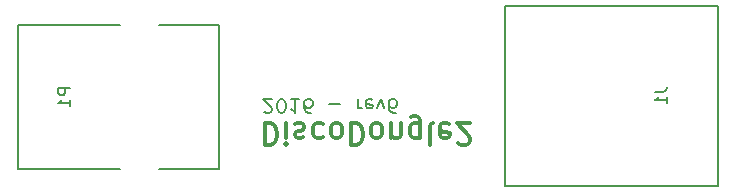
<source format=gbo>
G04 #@! TF.FileFunction,Legend,Bot*
%FSLAX46Y46*%
G04 Gerber Fmt 4.6, Leading zero omitted, Abs format (unit mm)*
G04 Created by KiCad (PCBNEW 4.0.2-stable) date Wednesday, September 28, 2016 'PMt' 10:14:20 PM*
%MOMM*%
G01*
G04 APERTURE LIST*
%ADD10C,0.100000*%
%ADD11C,0.200000*%
%ADD12C,0.300000*%
%ADD13C,0.150000*%
G04 APERTURE END LIST*
D10*
D11*
X157629929Y-106524357D02*
X157687072Y-106581500D01*
X157801358Y-106638643D01*
X158087072Y-106638643D01*
X158201358Y-106581500D01*
X158258501Y-106524357D01*
X158315644Y-106410071D01*
X158315644Y-106295786D01*
X158258501Y-106124357D01*
X157572787Y-105438643D01*
X158315644Y-105438643D01*
X159058501Y-106638643D02*
X159172786Y-106638643D01*
X159287072Y-106581500D01*
X159344215Y-106524357D01*
X159401358Y-106410071D01*
X159458501Y-106181500D01*
X159458501Y-105895786D01*
X159401358Y-105667214D01*
X159344215Y-105552929D01*
X159287072Y-105495786D01*
X159172786Y-105438643D01*
X159058501Y-105438643D01*
X158944215Y-105495786D01*
X158887072Y-105552929D01*
X158829929Y-105667214D01*
X158772786Y-105895786D01*
X158772786Y-106181500D01*
X158829929Y-106410071D01*
X158887072Y-106524357D01*
X158944215Y-106581500D01*
X159058501Y-106638643D01*
X160601358Y-105438643D02*
X159915643Y-105438643D01*
X160258501Y-105438643D02*
X160258501Y-106638643D01*
X160144215Y-106467214D01*
X160029929Y-106352929D01*
X159915643Y-106295786D01*
X161629929Y-106638643D02*
X161401358Y-106638643D01*
X161287072Y-106581500D01*
X161229929Y-106524357D01*
X161115643Y-106352929D01*
X161058500Y-106124357D01*
X161058500Y-105667214D01*
X161115643Y-105552929D01*
X161172786Y-105495786D01*
X161287072Y-105438643D01*
X161515643Y-105438643D01*
X161629929Y-105495786D01*
X161687072Y-105552929D01*
X161744215Y-105667214D01*
X161744215Y-105952929D01*
X161687072Y-106067214D01*
X161629929Y-106124357D01*
X161515643Y-106181500D01*
X161287072Y-106181500D01*
X161172786Y-106124357D01*
X161115643Y-106067214D01*
X161058500Y-105952929D01*
X163172786Y-105895786D02*
X164087072Y-105895786D01*
X165572786Y-105438643D02*
X165572786Y-106238643D01*
X165572786Y-106010071D02*
X165629929Y-106124357D01*
X165687072Y-106181500D01*
X165801358Y-106238643D01*
X165915643Y-106238643D01*
X166772786Y-105495786D02*
X166658500Y-105438643D01*
X166429929Y-105438643D01*
X166315643Y-105495786D01*
X166258500Y-105610071D01*
X166258500Y-106067214D01*
X166315643Y-106181500D01*
X166429929Y-106238643D01*
X166658500Y-106238643D01*
X166772786Y-106181500D01*
X166829929Y-106067214D01*
X166829929Y-105952929D01*
X166258500Y-105838643D01*
X167229929Y-106238643D02*
X167515643Y-105438643D01*
X167801357Y-106238643D01*
X168772786Y-106638643D02*
X168544215Y-106638643D01*
X168429929Y-106581500D01*
X168372786Y-106524357D01*
X168258500Y-106352929D01*
X168201357Y-106124357D01*
X168201357Y-105667214D01*
X168258500Y-105552929D01*
X168315643Y-105495786D01*
X168429929Y-105438643D01*
X168658500Y-105438643D01*
X168772786Y-105495786D01*
X168829929Y-105552929D01*
X168887072Y-105667214D01*
X168887072Y-105952929D01*
X168829929Y-106067214D01*
X168772786Y-106124357D01*
X168658500Y-106181500D01*
X168429929Y-106181500D01*
X168315643Y-106124357D01*
X168258500Y-106067214D01*
X168201357Y-105952929D01*
D12*
X157712858Y-107516714D02*
X157712858Y-109316714D01*
X158141430Y-109316714D01*
X158398573Y-109231000D01*
X158570001Y-109059571D01*
X158655716Y-108888143D01*
X158741430Y-108545286D01*
X158741430Y-108288143D01*
X158655716Y-107945286D01*
X158570001Y-107773857D01*
X158398573Y-107602429D01*
X158141430Y-107516714D01*
X157712858Y-107516714D01*
X159512858Y-107516714D02*
X159512858Y-108716714D01*
X159512858Y-109316714D02*
X159427144Y-109231000D01*
X159512858Y-109145286D01*
X159598573Y-109231000D01*
X159512858Y-109316714D01*
X159512858Y-109145286D01*
X160284287Y-107602429D02*
X160455716Y-107516714D01*
X160798573Y-107516714D01*
X160970001Y-107602429D01*
X161055716Y-107773857D01*
X161055716Y-107859571D01*
X160970001Y-108031000D01*
X160798573Y-108116714D01*
X160541430Y-108116714D01*
X160370001Y-108202429D01*
X160284287Y-108373857D01*
X160284287Y-108459571D01*
X160370001Y-108631000D01*
X160541430Y-108716714D01*
X160798573Y-108716714D01*
X160970001Y-108631000D01*
X162598573Y-107602429D02*
X162427144Y-107516714D01*
X162084287Y-107516714D01*
X161912859Y-107602429D01*
X161827144Y-107688143D01*
X161741430Y-107859571D01*
X161741430Y-108373857D01*
X161827144Y-108545286D01*
X161912859Y-108631000D01*
X162084287Y-108716714D01*
X162427144Y-108716714D01*
X162598573Y-108631000D01*
X163627144Y-107516714D02*
X163455716Y-107602429D01*
X163370001Y-107688143D01*
X163284287Y-107859571D01*
X163284287Y-108373857D01*
X163370001Y-108545286D01*
X163455716Y-108631000D01*
X163627144Y-108716714D01*
X163884287Y-108716714D01*
X164055716Y-108631000D01*
X164141430Y-108545286D01*
X164227144Y-108373857D01*
X164227144Y-107859571D01*
X164141430Y-107688143D01*
X164055716Y-107602429D01*
X163884287Y-107516714D01*
X163627144Y-107516714D01*
X164998572Y-107516714D02*
X164998572Y-109316714D01*
X165427144Y-109316714D01*
X165684287Y-109231000D01*
X165855715Y-109059571D01*
X165941430Y-108888143D01*
X166027144Y-108545286D01*
X166027144Y-108288143D01*
X165941430Y-107945286D01*
X165855715Y-107773857D01*
X165684287Y-107602429D01*
X165427144Y-107516714D01*
X164998572Y-107516714D01*
X167055715Y-107516714D02*
X166884287Y-107602429D01*
X166798572Y-107688143D01*
X166712858Y-107859571D01*
X166712858Y-108373857D01*
X166798572Y-108545286D01*
X166884287Y-108631000D01*
X167055715Y-108716714D01*
X167312858Y-108716714D01*
X167484287Y-108631000D01*
X167570001Y-108545286D01*
X167655715Y-108373857D01*
X167655715Y-107859571D01*
X167570001Y-107688143D01*
X167484287Y-107602429D01*
X167312858Y-107516714D01*
X167055715Y-107516714D01*
X168427143Y-108716714D02*
X168427143Y-107516714D01*
X168427143Y-108545286D02*
X168512858Y-108631000D01*
X168684286Y-108716714D01*
X168941429Y-108716714D01*
X169112858Y-108631000D01*
X169198572Y-108459571D01*
X169198572Y-107516714D01*
X170827143Y-108716714D02*
X170827143Y-107259571D01*
X170741429Y-107088143D01*
X170655714Y-107002429D01*
X170484286Y-106916714D01*
X170227143Y-106916714D01*
X170055714Y-107002429D01*
X170827143Y-107602429D02*
X170655714Y-107516714D01*
X170312857Y-107516714D01*
X170141429Y-107602429D01*
X170055714Y-107688143D01*
X169970000Y-107859571D01*
X169970000Y-108373857D01*
X170055714Y-108545286D01*
X170141429Y-108631000D01*
X170312857Y-108716714D01*
X170655714Y-108716714D01*
X170827143Y-108631000D01*
X171941428Y-107516714D02*
X171770000Y-107602429D01*
X171684285Y-107773857D01*
X171684285Y-109316714D01*
X173312857Y-107602429D02*
X173141428Y-107516714D01*
X172798571Y-107516714D01*
X172627142Y-107602429D01*
X172541428Y-107773857D01*
X172541428Y-108459571D01*
X172627142Y-108631000D01*
X172798571Y-108716714D01*
X173141428Y-108716714D01*
X173312857Y-108631000D01*
X173398571Y-108459571D01*
X173398571Y-108288143D01*
X172541428Y-108116714D01*
X174084285Y-109145286D02*
X174169999Y-109231000D01*
X174341428Y-109316714D01*
X174769999Y-109316714D01*
X174941428Y-109231000D01*
X175027142Y-109145286D01*
X175112857Y-108973857D01*
X175112857Y-108802429D01*
X175027142Y-108545286D01*
X173998571Y-107516714D01*
X175112857Y-107516714D01*
D13*
X196088000Y-97536000D02*
X196088000Y-112776000D01*
X196088000Y-112776000D02*
X178054000Y-112776000D01*
X178054000Y-112776000D02*
X178054000Y-97536000D01*
X178054000Y-97536000D02*
X196088000Y-97536000D01*
X145478500Y-111379000D02*
X136842500Y-111379000D01*
X153860500Y-111379000D02*
X148780500Y-111379000D01*
X145478500Y-99187000D02*
X136842500Y-99187000D01*
X153860500Y-99187000D02*
X148780500Y-99187000D01*
X136842500Y-99187000D02*
X136842500Y-111379000D01*
X153860500Y-111379000D02*
X153860500Y-99187000D01*
X190714381Y-104822667D02*
X191428667Y-104822667D01*
X191571524Y-104775047D01*
X191666762Y-104679809D01*
X191714381Y-104536952D01*
X191714381Y-104441714D01*
X191714381Y-105822667D02*
X191714381Y-105251238D01*
X191714381Y-105536952D02*
X190714381Y-105536952D01*
X190857238Y-105441714D01*
X190952476Y-105346476D01*
X191000095Y-105251238D01*
X141231881Y-104544905D02*
X140231881Y-104544905D01*
X140231881Y-104925858D01*
X140279500Y-105021096D01*
X140327119Y-105068715D01*
X140422357Y-105116334D01*
X140565214Y-105116334D01*
X140660452Y-105068715D01*
X140708071Y-105021096D01*
X140755690Y-104925858D01*
X140755690Y-104544905D01*
X141231881Y-106068715D02*
X141231881Y-105497286D01*
X141231881Y-105783000D02*
X140231881Y-105783000D01*
X140374738Y-105687762D01*
X140469976Y-105592524D01*
X140517595Y-105497286D01*
M02*

</source>
